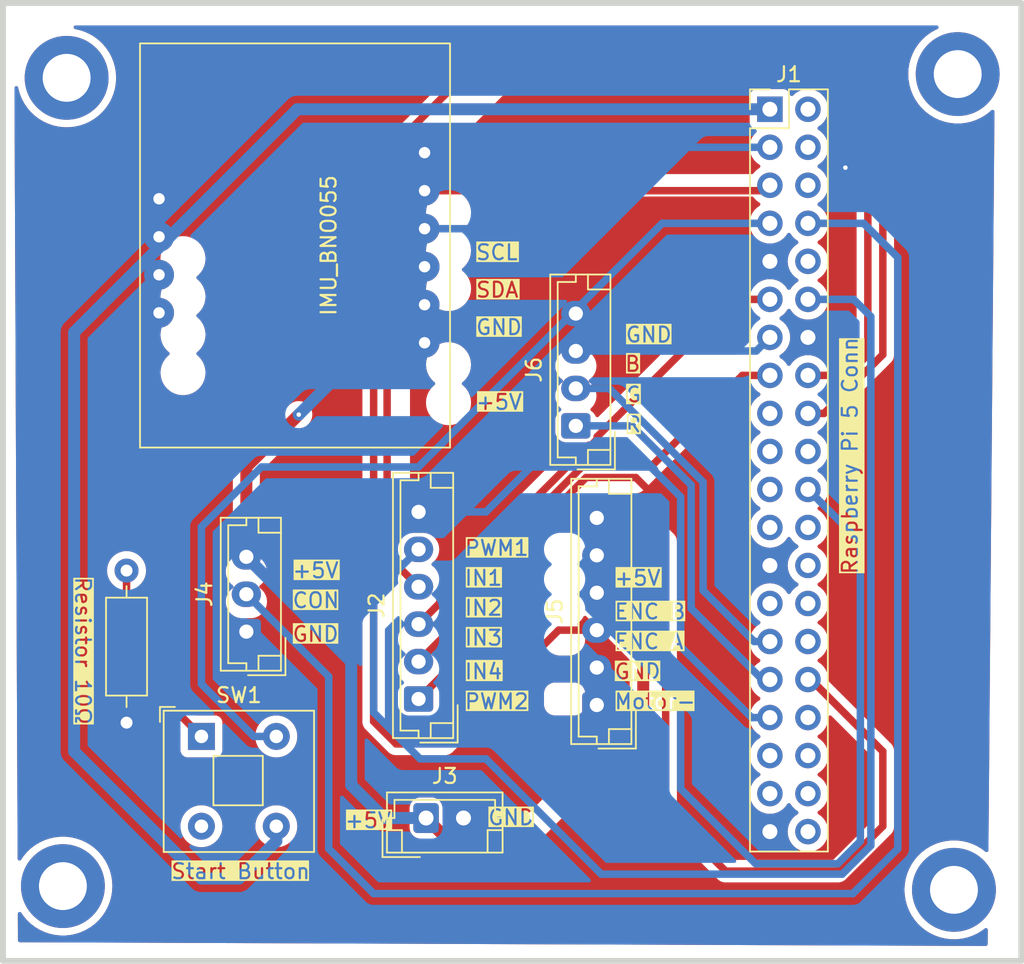
<source format=kicad_pcb>
(kicad_pcb (version 20240108) (generator "pcbnew") (generator_version "8.0")
  (layers (0 "F.Cu" signal) (31 "B.Cu" signal) (34 "B.Paste" user) (35 "F.Paste" user) (36 "B.SilkS" user "B.Silkscreen") (37 "F.SilkS" user "F.Silkscreen") (38 "B.Mask" user) (39 "F.Mask" user) (44 "Edge.Cuts" user))
  (net 0 "")
  (net 4 "/G")
  (net 5 "/CON")
  (net 6 "/IN1")
  (net 7 "/IN3")
  (net 8 "GND")
  (net 12 "/IN4")
  (net 17 "/PWM1")
  (net 21 "/B")
  (net 24 "/ENC A")
  (net 26 "/ENC B")
  (net 28 "/R")
  (net 29 "/Button")
  (net 32 "/SDA")
  (net 33 "+3.3V")
  (net 34 "/IN2")
  (net 35 "/SCL")
  (net 37 "+5V")
  (net 38 "Net-(R10-Pad2)")
  (net 46 "/PWM2")
  (footprint "MountingHole:MountingHole_3.2mm_M3_DIN965_Pad" (layer "F.Cu") (at 121.25 100.5)
    (property "Reference" "REF**" (hide yes))
    (property "Value" "MountingHole_3.2mm_M3_DIN965_Pad" (hide yes))
    (pad "1" thru_hole circle (at 0 0) (size 5.6 5.6) (drill 3.2) (layers "*.Cu" "*.Mask"))
  )
  (footprint "Connector_PinHeader_2.54mm:PinHeader_2x20_P2.54mm_Vertical" (layer "F.Cu") (at 168.46 48.6)
    (property "Reference" "J1" (at 1.27 -2.33 0) (layer "F.SilkS"))
    (property "Value" "Raspberry PI 5 Conn" (hide yes))
    (fp_line (start -1.33 -1.33) (end 0 -1.33) (stroke (width 0.12)) (layer "F.SilkS"))
    (fp_line (start -1.33 0) (end -1.33 -1.33) (stroke (width 0.12)) (layer "F.SilkS"))
    (fp_line (start -1.33 1.27) (end -1.33 49.59) (stroke (width 0.12)) (layer "F.SilkS"))
    (fp_line (start -1.33 1.27) (end 1.27 1.27) (stroke (width 0.12)) (layer "F.SilkS"))
    (fp_line (start -1.33 49.59) (end 3.87 49.59) (stroke (width 0.12)) (layer "F.SilkS"))
    (fp_line (start 1.27 -1.33) (end 3.87 -1.33) (stroke (width 0.12)) (layer "F.SilkS"))
    (fp_line (start 1.27 1.27) (end 1.27 -1.33) (stroke (width 0.12)) (layer "F.SilkS"))
    (fp_line (start 3.87 -1.33) (end 3.87 49.59) (stroke (width 0.12)) (layer "F.SilkS"))
    (pad "1" thru_hole rect (at 0 0) (size 1.7 1.7) (drill 1) (layers "*.Cu" "*.Mask") (net 33 "+3.3V"))
    (pad "2" thru_hole oval (at 2.54 0) (size 1.7 1.7) (drill 1) (layers "*.Cu" "*.Mask"))
    (pad "3" thru_hole oval (at 0 2.54) (size 1.7 1.7) (drill 1) (layers "*.Cu" "*.Mask") (net 32 "/SDA"))
    (pad "4" thru_hole oval (at 2.54 2.54) (size 1.7 1.7) (drill 1) (layers "*.Cu" "*.Mask"))
    (pad "5" thru_hole oval (at 0 5.08) (size 1.7 1.7) (drill 1) (layers "*.Cu" "*.Mask") (net 35 "/SCL"))
    (pad "6" thru_hole oval (at 2.54 5.08) (size 1.7 1.7) (drill 1) (layers "*.Cu" "*.Mask"))
    (pad "7" thru_hole oval (at 0 7.62) (size 1.7 1.7) (drill 1) (layers "*.Cu" "*.Mask") (net 29 "/Button"))
    (pad "8" thru_hole oval (at 2.54 7.62) (size 1.7 1.7) (drill 1) (layers "*.Cu" "*.Mask") (net 5 "/CON"))
    (pad "9" thru_hole oval (at 0 10.16) (size 1.7 1.7) (drill 1) (layers "*.Cu" "*.Mask") (net 8 "GND"))
    (pad "10" thru_hole oval (at 2.54 10.16) (size 1.7 1.7) (drill 1) (layers "*.Cu" "*.Mask"))
    (pad "11" thru_hole oval (at 0 12.7) (size 1.7 1.7) (drill 1) (layers "*.Cu" "*.Mask") (net 34 "/IN2"))
    (pad "12" thru_hole oval (at 2.54 12.7) (size 1.7 1.7) (drill 1) (layers "*.Cu" "*.Mask") (net 12 "/IN4"))
    (pad "13" thru_hole oval (at 0 15.24) (size 1.7 1.7) (drill 1) (layers "*.Cu" "*.Mask") (net 21 "/B"))
    (pad "14" thru_hole oval (at 2.54 15.24) (size 1.7 1.7) (drill 1) (layers "*.Cu" "*.Mask") (net 8 "GND"))
    (pad "15" thru_hole oval (at 0 17.78) (size 1.7 1.7) (drill 1) (layers "*.Cu" "*.Mask") (net 6 "/IN1"))
    (pad "16" thru_hole oval (at 2.54 17.78) (size 1.7 1.7) (drill 1) (layers "*.Cu" "*.Mask") (net 7 "/IN3"))
    (pad "17" thru_hole oval (at 0 20.32) (size 1.7 1.7) (drill 1) (layers "*.Cu" "*.Mask"))
    (pad "18" thru_hole oval (at 2.54 20.32) (size 1.7 1.7) (drill 1) (layers "*.Cu" "*.Mask") (net 24 "/ENC A"))
    (pad "19" thru_hole oval (at 0 22.86) (size 1.7 1.7) (drill 1) (layers "*.Cu" "*.Mask"))
    (pad "20" thru_hole oval (at 2.54 22.86) (size 1.7 1.7) (drill 1) (layers "*.Cu" "*.Mask"))
    (pad "21" thru_hole oval (at 0 25.4) (size 1.7 1.7) (drill 1) (layers "*.Cu" "*.Mask"))
    (pad "22" thru_hole oval (at 2.54 25.4) (size 1.7 1.7) (drill 1) (layers "*.Cu" "*.Mask") (net 26 "/ENC B"))
    (pad "23" thru_hole oval (at 0 27.94) (size 1.7 1.7) (drill 1) (layers "*.Cu" "*.Mask"))
    (pad "24" thru_hole oval (at 2.54 27.94) (size 1.7 1.7) (drill 1) (layers "*.Cu" "*.Mask"))
    (pad "25" thru_hole oval (at 0 30.48) (size 1.7 1.7) (drill 1) (layers "*.Cu" "*.Mask") (net 8 "GND"))
    (pad "26" thru_hole oval (at 2.54 30.48) (size 1.7 1.7) (drill 1) (layers "*.Cu" "*.Mask"))
    (pad "27" thru_hole oval (at 0 33.02) (size 1.7 1.7) (drill 1) (layers "*.Cu" "*.Mask"))
    (pad "28" thru_hole oval (at 2.54 33.02) (size 1.7 1.7) (drill 1) (layers "*.Cu" "*.Mask"))
    (pad "29" thru_hole oval (at 0 35.56) (size 1.7 1.7) (drill 1) (layers "*.Cu" "*.Mask") (net 4 "/G"))
    (pad "30" thru_hole oval (at 2.54 35.56) (size 1.7 1.7) (drill 1) (layers "*.Cu" "*.Mask"))
    (pad "31" thru_hole oval (at 0 38.1) (size 1.7 1.7) (drill 1) (layers "*.Cu" "*.Mask") (net 28 "/R"))
    (pad "32" thru_hole oval (at 2.54 38.1) (size 1.7 1.7) (drill 1) (layers "*.Cu" "*.Mask") (net 17 "/PWM1"))
    (pad "33" thru_hole oval (at 0 40.64) (size 1.7 1.7) (drill 1) (layers "*.Cu" "*.Mask") (net 46 "/PWM2"))
    (pad "34" thru_hole oval (at 2.54 40.64) (size 1.7 1.7) (drill 1) (layers "*.Cu" "*.Mask"))
    (pad "35" thru_hole oval (at 0 43.18) (size 1.7 1.7) (drill 1) (layers "*.Cu" "*.Mask"))
    (pad "36" thru_hole oval (at 2.54 43.18) (size 1.7 1.7) (drill 1) (layers "*.Cu" "*.Mask"))
    (pad "37" thru_hole oval (at 0 45.72) (size 1.7 1.7) (drill 1) (layers "*.Cu" "*.Mask"))
    (pad "38" thru_hole oval (at 2.54 45.72) (size 1.7 1.7) (drill 1) (layers "*.Cu" "*.Mask"))
    (pad "39" thru_hole oval (at 0 48.26) (size 1.7 1.7) (drill 1) (layers "*.Cu" "*.Mask") (net 8 "GND"))
    (pad "40" thru_hole oval (at 2.54 48.26) (size 1.7 1.7) (drill 1) (layers "*.Cu" "*.Mask"))
  )
  (footprint "Button_Switch_THT:SW_Push_2P1T_Toggle_CK_PVA1xxH3xxxxxxV2" (layer "F.Cu") (at 130.5 90.5)
    (property "Reference" "SW1" (at 2.5 -2.75 0) (layer "F.SilkS"))
    (property "Value" "SW_Push_Dual")
    (fp_line (start -2.77 -0.97) (end -2.77 -1.97) (stroke (width 0.12)) (layer "F.SilkS"))
    (fp_line (start -2.52 7.72) (end -2.52 -1.72) (stroke (width 0.12)) (layer "F.SilkS"))
    (fp_line (start -1.77 -1.97) (end -2.77 -1.97) (stroke (width 0.12)) (layer "F.SilkS"))
    (fp_line (start 0.8 1.3) (end 0.8 4.6) (stroke (width 0.12)) (layer "F.SilkS"))
    (fp_line (start 4.1 1.3) (end 0.8 1.3) (stroke (width 0.12)) (layer "F.SilkS"))
    (fp_line (start 4.1 1.3) (end 4.1 4.6) (stroke (width 0.12)) (layer "F.SilkS"))
    (fp_line (start 4.1 4.6) (end 0.8 4.6) (stroke (width 0.12)) (layer "F.SilkS"))
    (fp_line (start 7.52 -1.72) (end -2.52 -1.72) (stroke (width 0.12)) (layer "F.SilkS"))
    (fp_line (start 7.52 7.72) (end -2.52 7.72) (stroke (width 0.12)) (layer "F.SilkS"))
    (fp_line (start 7.52 7.72) (end 7.52 -1.72) (stroke (width 0.12)) (layer "F.SilkS"))
    (pad "1" thru_hole rect (at 0 0) (size 1.8 1.8) (drill 0.9) (layers "*.Cu" "*.Mask") (net 38 "Net-(R10-Pad2)"))
    (pad "2" thru_hole circle (at 5 0) (size 1.8 1.8) (drill 0.9) (layers "*.Cu" "*.Mask") (net 29 "/Button"))
    (pad "3" thru_hole circle (at 0 6) (size 1.8 1.8) (drill 0.9) (layers "*.Cu" "*.Mask"))
    (pad "4" thru_hole circle (at 5 6) (size 1.8 1.8) (drill 0.9) (layers "*.Cu" "*.Mask") (net 33 "+3.3V"))
  )
  (footprint "MountingHole:MountingHole_3.2mm_M3_DIN965_Pad" (layer "F.Cu") (at 180.75 100.75)
    (property "Reference" "REF**" (hide yes))
    (property "Value" "MountingHole_3.2mm_M3_DIN965_Pad" (hide yes))
    (pad "1" thru_hole circle (at 0 0) (size 5.6 5.6) (drill 3.2) (layers "*.Cu" "*.Mask"))
  )
  (footprint "IMU_nbo055:IMU_NBO055" (layer "F.Cu") (at 126.4 71.2 90)
    (property "Reference" "U1")
    (property "Value" "IMU_BNO055" (at 13.5 12.6 90) (layer "F.SilkS"))
    (fp_rect (start 0 0) (end 27 20.7) (stroke (width 0.12)) (fill none) (layer "F.SilkS"))
    (pad "1" thru_hole circle (at 7 19 90) (size 2 2) (drill 0.762) (layers "*.Cu" "*.Mask") (net 37 "+5V"))
    (pad "2" thru_hole circle (at 9.54 19 90) (size 2 2) (drill 0.762) (layers "*.Cu" "*.Mask"))
    (pad "3" thru_hole circle (at 12.08 19 90) (size 2 2) (drill 0.762) (layers "*.Cu" "*.Mask") (net 8 "GND"))
    (pad "4" thru_hole circle (at 14.62 19 90) (size 2 2) (drill 0.762) (layers "*.Cu" "*.Mask") (net 32 "/SDA"))
    (pad "5" thru_hole circle (at 17.16 19 90) (size 2 2) (drill 0.762) (layers "*.Cu" "*.Mask") (net 35 "/SCL"))
    (pad "6" thru_hole circle (at 19.7 19 90) (size 2 2) (drill 0.762) (layers "*.Cu" "*.Mask"))
    (pad "7" thru_hole circle (at 16.62 1.27 90) (size 2 2) (drill 0.762) (layers "*.Cu" "*.Mask"))
    (pad "8" thru_hole circle (at 14.08 1.27 90) (size 2 2) (drill 0.762) (layers "*.Cu" "*.Mask"))
    (pad "9" thru_hole circle (at 11.54 1.27 90) (size 2 2) (drill 0.762) (layers "*.Cu" "*.Mask"))
    (pad "10" thru_hole circle (at 9 1.27 90) (size 2 2) (drill 0.762) (layers "*.Cu" "*.Mask"))
  )
  (footprint "MountingHole:MountingHole_3.2mm_M3_DIN965_Pad" (layer "F.Cu") (at 121.5 46.5)
    (property "Reference" "REF**" (hide yes))
    (property "Value" "MountingHole_3.2mm_M3_DIN965_Pad" (hide yes))
    (pad "1" thru_hole circle (at 0 0) (size 5.6 5.6) (drill 3.2) (layers "*.Cu" "*.Mask"))
  )
  (footprint "Connector_JST:JST_EH_B6B-EH-A_1x06_P2.50mm_Vertical" (layer "F.Cu") (at 145 88 90)
    (property "Reference" "J2" (at 6.25 -2.8 90) (layer "F.SilkS"))
    (property "Value" "DC Motor")
    (fp_line (start 15.11 -1.71) (end -2.61 -1.71) (stroke (width 0.12)) (layer "F.SilkS"))
    (fp_line (start -2.61 -1.71) (end -2.61 2.31) (stroke (width 0.12)) (layer "F.SilkS"))
    (fp_line (start 14.61 -1.21) (end 14.61 0) (stroke (width 0.12)) (layer "F.SilkS"))
    (fp_line (start -2.11 -1.21) (end 14.61 -1.21) (stroke (width 0.12)) (layer "F.SilkS"))
    (fp_line (start 14.61 0) (end 15.11 0) (stroke (width 0.12)) (layer "F.SilkS"))
    (fp_line (start -2.11 0) (end -2.11 -1.21) (stroke (width 0.12)) (layer "F.SilkS"))
    (fp_line (start -2.61 0) (end -2.11 0) (stroke (width 0.12)) (layer "F.SilkS"))
    (fp_line (start -2.91 0.11) (end -2.91 2.61) (stroke (width 0.12)) (layer "F.SilkS"))
    (fp_line (start 15.11 0.81) (end 14.11 0.81) (stroke (width 0.12)) (layer "F.SilkS"))
    (fp_line (start 14.11 0.81) (end 14.11 2.31) (stroke (width 0.12)) (layer "F.SilkS"))
    (fp_line (start -1.61 0.81) (end -1.61 2.31) (stroke (width 0.12)) (layer "F.SilkS"))
    (fp_line (start -2.61 0.81) (end -1.61 0.81) (stroke (width 0.12)) (layer "F.SilkS"))
    (fp_line (start 15.11 2.31) (end 15.11 -1.71) (stroke (width 0.12)) (layer "F.SilkS"))
    (fp_line (start -2.61 2.31) (end 15.11 2.31) (stroke (width 0.12)) (layer "F.SilkS"))
    (fp_line (start -2.91 2.61) (end -0.41 2.61) (stroke (width 0.12)) (layer "F.SilkS"))
    (pad "1" thru_hole roundrect (at 0 0 90) (size 1.7 1.95) (drill 0.95) (layers "*.Cu" "*.Mask") (roundrect_rratio 0.147059) (net 17 "/PWM1"))
    (pad "2" thru_hole oval (at 2.5 0 90) (size 1.7 1.95) (drill 0.95) (layers "*.Cu" "*.Mask") (net 6 "/IN1"))
    (pad "3" thru_hole oval (at 5 0 90) (size 1.7 1.95) (drill 0.95) (layers "*.Cu" "*.Mask") (net 34 "/IN2"))
    (pad "4" thru_hole oval (at 7.5 0 90) (size 1.7 1.95) (drill 0.95) (layers "*.Cu" "*.Mask") (net 7 "/IN3"))
    (pad "5" thru_hole oval (at 10 0 90) (size 1.7 1.95) (drill 0.95) (layers "*.Cu" "*.Mask") (net 12 "/IN4"))
    (pad "6" thru_hole oval (at 12.5 0 90) (size 1.7 1.95) (drill 0.95) (layers "*.Cu" "*.Mask") (net 46 "/PWM2"))
  )
  (footprint "Connector_JST:JST_EH_B3B-EH-A_1x03_P2.50mm_Vertical" (layer "F.Cu") (at 133.5 83.5 90)
    (property "Reference" "J4" (at 2.5 -2.8 90) (layer "F.SilkS"))
    (property "Value" "Servo")
    (fp_line (start 7.61 -1.71) (end -2.61 -1.71) (stroke (width 0.12)) (layer "F.SilkS"))
    (fp_line (start -2.61 -1.71) (end -2.61 2.31) (stroke (width 0.12)) (layer "F.SilkS"))
    (fp_line (start 7.11 -1.21) (end 7.11 0) (stroke (width 0.12)) (layer "F.SilkS"))
    (fp_line (start -2.11 -1.21) (end 7.11 -1.21) (stroke (width 0.12)) (layer "F.SilkS"))
    (fp_line (start 7.11 0) (end 7.61 0) (stroke (width 0.12)) (layer "F.SilkS"))
    (fp_line (start -2.11 0) (end -2.11 -1.21) (stroke (width 0.12)) (layer "F.SilkS"))
    (fp_line (start -2.61 0) (end -2.11 0) (stroke (width 0.12)) (layer "F.SilkS"))
    (fp_line (start -2.91 0.11) (end -2.91 2.61) (stroke (width 0.12)) (layer "F.SilkS"))
    (fp_line (start 7.61 0.81) (end 6.61 0.81) (stroke (width 0.12)) (layer "F.SilkS"))
    (fp_line (start 6.61 0.81) (end 6.61 2.31) (stroke (width 0.12)) (layer "F.SilkS"))
    (fp_line (start -1.61 0.81) (end -1.61 2.31) (stroke (width 0.12)) (layer "F.SilkS"))
    (fp_line (start -2.61 0.81) (end -1.61 0.81) (stroke (width 0.12)) (layer "F.SilkS"))
    (fp_line (start 7.61 2.31) (end 7.61 -1.71) (stroke (width 0.12)) (layer "F.SilkS"))
    (fp_line (start -2.61 2.31) (end 7.61 2.31) (stroke (width 0.12)) (layer "F.SilkS"))
    (fp_line (start -2.91 2.61) (end -0.41 2.61) (stroke (width 0.12)) (layer "F.SilkS"))
    (pad "1" thru_hole roundrect (at 0 0 90) (size 1.7 1.95) (drill 0.95) (layers "*.Cu" "*.Mask") (roundrect_rratio 0.147059) (net 8 "GND"))
    (pad "2" thru_hole oval (at 2.5 0 90) (size 1.7 1.95) (drill 0.95) (layers "*.Cu" "*.Mask") (net 5 "/CON"))
    (pad "3" thru_hole oval (at 5 0 90) (size 1.7 1.95) (drill 0.95) (layers "*.Cu" "*.Mask") (net 37 "+5V"))
  )
  (footprint "Connector_JST:JST_EH_B2B-EH-A_1x02_P2.50mm_Vertical" (layer "F.Cu") (at 145.5 95.95)
    (property "Reference" "J3" (at 1.25 -2.8 0) (layer "F.SilkS"))
    (property "Value" "Battery")
    (fp_line (start -2.91 0.11) (end -2.91 2.61) (stroke (width 0.12)) (layer "F.SilkS"))
    (fp_line (start -2.91 2.61) (end -0.41 2.61) (stroke (width 0.12)) (layer "F.SilkS"))
    (fp_line (start -2.61 -1.71) (end -2.61 2.31) (stroke (width 0.12)) (layer "F.SilkS"))
    (fp_line (start -2.61 0) (end -2.11 0) (stroke (width 0.12)) (layer "F.SilkS"))
    (fp_line (start -2.61 0.81) (end -1.61 0.81) (stroke (width 0.12)) (layer "F.SilkS"))
    (fp_line (start -2.61 2.31) (end 5.11 2.31) (stroke (width 0.12)) (layer "F.SilkS"))
    (fp_line (start -2.11 -1.21) (end 4.61 -1.21) (stroke (width 0.12)) (layer "F.SilkS"))
    (fp_line (start -2.11 0) (end -2.11 -1.21) (stroke (width 0.12)) (layer "F.SilkS"))
    (fp_line (start -1.61 0.81) (end -1.61 2.31) (stroke (width 0.12)) (layer "F.SilkS"))
    (fp_line (start 4.11 0.81) (end 4.11 2.31) (stroke (width 0.12)) (layer "F.SilkS"))
    (fp_line (start 4.61 -1.21) (end 4.61 0) (stroke (width 0.12)) (layer "F.SilkS"))
    (fp_line (start 4.61 0) (end 5.11 0) (stroke (width 0.12)) (layer "F.SilkS"))
    (fp_line (start 5.11 -1.71) (end -2.61 -1.71) (stroke (width 0.12)) (layer "F.SilkS"))
    (fp_line (start 5.11 0.81) (end 4.11 0.81) (stroke (width 0.12)) (layer "F.SilkS"))
    (fp_line (start 5.11 2.31) (end 5.11 -1.71) (stroke (width 0.12)) (layer "F.SilkS"))
    (pad "1" thru_hole roundrect (at 0 0) (size 1.7 2) (drill 1) (layers "*.Cu" "*.Mask") (roundrect_rratio 0.147059) (net 37 "+5V"))
    (pad "2" thru_hole oval (at 2.5 0) (size 1.7 2) (drill 1) (layers "*.Cu" "*.Mask") (net 8 "GND"))
  )
  (footprint "Connector_JST:JST_EH_B4B-EH-A_1x04_P2.50mm_Vertical" (layer "F.Cu") (at 155.5 69.75 90)
    (property "Reference" "J6" (at 3.75 -2.8 90) (layer "F.SilkS"))
    (property "Value" "LED")
    (fp_line (start 10.11 -1.71) (end -2.61 -1.71) (stroke (width 0.12)) (layer "F.SilkS"))
    (fp_line (start -2.61 -1.71) (end -2.61 2.31) (stroke (width 0.12)) (layer "F.SilkS"))
    (fp_line (start 9.61 -1.21) (end 9.61 0) (stroke (width 0.12)) (layer "F.SilkS"))
    (fp_line (start -2.11 -1.21) (end 9.61 -1.21) (stroke (width 0.12)) (layer "F.SilkS"))
    (fp_line (start 9.61 0) (end 10.11 0) (stroke (width 0.12)) (layer "F.SilkS"))
    (fp_line (start -2.11 0) (end -2.11 -1.21) (stroke (width 0.12)) (layer "F.SilkS"))
    (fp_line (start -2.61 0) (end -2.11 0) (stroke (width 0.12)) (layer "F.SilkS"))
    (fp_line (start -2.91 0.11) (end -2.91 2.61) (stroke (width 0.12)) (layer "F.SilkS"))
    (fp_line (start 10.11 0.81) (end 9.11 0.81) (stroke (width 0.12)) (layer "F.SilkS"))
    (fp_line (start 9.11 0.81) (end 9.11 2.31) (stroke (width 0.12)) (layer "F.SilkS"))
    (fp_line (start -1.61 0.81) (end -1.61 2.31) (stroke (width 0.12)) (layer "F.SilkS"))
    (fp_line (start -2.61 0.81) (end -1.61 0.81) (stroke (width 0.12)) (layer "F.SilkS"))
    (fp_line (start 10.11 2.31) (end 10.11 -1.71) (stroke (width 0.12)) (layer "F.SilkS"))
    (fp_line (start -2.61 2.31) (end 10.11 2.31) (stroke (width 0.12)) (layer "F.SilkS"))
    (fp_line (start -2.91 2.61) (end -0.41 2.61) (stroke (width 0.12)) (layer "F.SilkS"))
    (pad "1" thru_hole roundrect (at 0 0 90) (size 1.7 1.95) (drill 0.95) (layers "*.Cu" "*.Mask") (roundrect_rratio 0.147059) (net 28 "/R"))
    (pad "2" thru_hole oval (at 2.5 0 90) (size 1.7 1.95) (drill 0.95) (layers "*.Cu" "*.Mask") (net 4 "/G"))
    (pad "3" thru_hole oval (at 5 0 90) (size 1.7 1.95) (drill 0.95) (layers "*.Cu" "*.Mask") (net 21 "/B"))
    (pad "4" thru_hole oval (at 7.5 0 90) (size 1.7 1.95) (drill 0.95) (layers "*.Cu" "*.Mask") (net 8 "GND"))
  )
  (footprint "Connector_JST:JST_EH_B6B-EH-A_1x06_P2.50mm_Vertical" (layer "F.Cu") (at 156.9 88.4 90)
    (property "Reference" "J5" (at 6.25 -2.8 90) (layer "F.SilkS"))
    (property "Value" "Encoder")
    (fp_line (start 15.11 -1.71) (end -2.61 -1.71) (stroke (width 0.12)) (layer "F.SilkS"))
    (fp_line (start -2.61 -1.71) (end -2.61 2.31) (stroke (width 0.12)) (layer "F.SilkS"))
    (fp_line (start 14.61 -1.21) (end 14.61 0) (stroke (width 0.12)) (layer "F.SilkS"))
    (fp_line (start -2.11 -1.21) (end 14.61 -1.21) (stroke (width 0.12)) (layer "F.SilkS"))
    (fp_line (start 14.61 0) (end 15.11 0) (stroke (width 0.12)) (layer "F.SilkS"))
    (fp_line (start -2.11 0) (end -2.11 -1.21) (stroke (width 0.12)) (layer "F.SilkS"))
    (fp_line (start -2.61 0) (end -2.11 0) (stroke (width 0.12)) (layer "F.SilkS"))
    (fp_line (start -2.91 0.11) (end -2.91 2.61) (stroke (width 0.12)) (layer "F.SilkS"))
    (fp_line (start 15.11 0.81) (end 14.11 0.81) (stroke (width 0.12)) (layer "F.SilkS"))
    (fp_line (start 14.11 0.81) (end 14.11 2.31) (stroke (width 0.12)) (layer "F.SilkS"))
    (fp_line (start -1.61 0.81) (end -1.61 2.31) (stroke (width 0.12)) (layer "F.SilkS"))
    (fp_line (start -2.61 0.81) (end -1.61 0.81) (stroke (width 0.12)) (layer "F.SilkS"))
    (fp_line (start 15.11 2.31) (end 15.11 -1.71) (stroke (width 0.12)) (layer "F.SilkS"))
    (fp_line (start -2.61 2.31) (end 15.11 2.31) (stroke (width 0.12)) (layer "F.SilkS"))
    (fp_line (start -2.91 2.61) (end -0.41 2.61) (stroke (width 0.12)) (layer "F.SilkS"))
    (pad "1" thru_hole roundrect (at 0 0 90) (size 1.7 1.95) (drill 0.95) (layers "*.Cu" "*.Mask") (roundrect_rratio 0.147059))
    (pad "2" thru_hole oval (at 2.5 0 90) (size 1.7 1.95) (drill 0.95) (layers "*.Cu" "*.Mask") (net 8 "GND"))
    (pad "3" thru_hole oval (at 5 0 90) (size 1.7 1.95) (drill 0.95) (layers "*.Cu" "*.Mask") (net 24 "/ENC A"))
    (pad "4" thru_hole oval (at 7.5 0 90) (size 1.7 1.95) (drill 0.95) (layers "*.Cu" "*.Mask") (net 26 "/ENC B"))
    (pad "5" thru_hole oval (at 10 0 90) (size 1.7 1.95) (drill 0.95) (layers "*.Cu" "*.Mask") (net 37 "+5V"))
    (pad "6" thru_hole oval (at 12.5 0 90) (size 1.7 1.95) (drill 0.95) (layers "*.Cu" "*.Mask"))
  )
  (footprint "MountingHole:MountingHole_3.2mm_M3_DIN965_Pad" (layer "F.Cu") (at 181 46.25)
    (property "Reference" "REF**" (hide yes))
    (property "Value" "MountingHole_3.2mm_M3_DIN965_Pad" (hide yes))
    (pad "1" thru_hole circle (at 0 0) (size 5.6 5.6) (drill 3.2) (layers "*.Cu" "*.Mask"))
  )
  (footprint "Resistor_THT:R_Axial_DIN0207_L6.3mm_D2.5mm_P10.16mm_Horizontal" (layer "F.Cu") (at 125.5 89.58 90)
    (property "Reference" "R10" (hide yes))
    (property "Value" "R_Small" (hide yes))
    (fp_line (start 8.35 -1.37) (end 1.81 -1.37) (stroke (width 0.12)) (layer "F.SilkS"))
    (fp_line (start 1.81 -1.37) (end 1.81 1.37) (stroke (width 0.12)) (layer "F.SilkS"))
    (fp_line (start 9.12 0) (end 8.35 0) (stroke (width 0.12)) (layer "F.SilkS"))
    (fp_line (start 1.04 0) (end 1.81 0) (stroke (width 0.12)) (layer "F.SilkS"))
    (fp_line (start 8.35 1.37) (end 8.35 -1.37) (stroke (width 0.12)) (layer "F.SilkS"))
    (fp_line (start 1.81 1.37) (end 8.35 1.37) (stroke (width 0.12)) (layer "F.SilkS"))
    (pad "1" thru_hole circle (at 0 0 90) (size 1.6 1.6) (drill 0.8) (layers "*.Cu" "*.Mask") (net 8 "GND"))
    (pad "2" thru_hole oval (at 10.16 0 90) (size 1.6 1.6) (drill 0.8) (layers "*.Cu" "*.Mask") (net 38 "Net-(R10-Pad2)"))
  )
  (gr_rect (start 117.25 41.5) (end 185.25 105.5) (stroke (width 0.4)) (fill none) (layer "Edge.Cuts"))
  (gr_text "GND" (at 158.75 64.25 0) (layer "F.SilkS" knockout) (effects (font (size 1 1)) (justify left bottom)))
  (gr_text "PWM1" (at 148 78.5 0) (layer "F.SilkS" knockout) (effects (font (size 1 1)) (justify left bottom)))
  (gr_text "GND" (at 158 86.75 0) (layer "F.SilkS" knockout) (effects (font (size 1 1)) (justify left bottom)))
  (gr_text "ENC B" (at 158 82.75 0) (layer "F.SilkS" knockout) (effects (font (size 1 1)) (justify left bottom)))
  (gr_text "PWM2\n" (at 148 88.75 0) (layer "F.SilkS" knockout) (effects (font (size 1 1)) (justify left bottom)))
  (gr_text "SCL\n" (at 148.75 58.75 0) (layer "F.SilkS" knockout) (effects (font (size 1 1)) (justify left bottom)))
  (gr_text "ENC A\n" (at 158 84.75 0) (layer "F.SilkS" knockout) (effects (font (size 1 1)) (justify left bottom)))
  (gr_text "Start Button" (at 128.4 100.1 0) (layer "F.SilkS" knockout) (effects (font (size 1 1)) (justify left bottom)))
  (gr_text "IN4\n" (at 148 86.75 0) (layer "F.SilkS" knockout) (effects (font (size 1 1)) (justify left bottom)))
  (gr_text "+5V\n" (at 158 80.5 0) (layer "F.SilkS" knockout) (effects (font (size 1 1)) (justify left bottom)))
  (gr_text "B" (at 158.7 66.2 0) (layer "F.SilkS" knockout) (effects (font (size 1 1)) (justify left bottom)))
  (gr_text "IN1\n" (at 148 80.5 0) (layer "F.SilkS" knockout) (effects (font (size 1 1)) (justify left bottom)))
  (gr_text "+5V\n" (at 140 96.7 0) (layer "F.SilkS" knockout) (effects (font (size 1 1)) (justify left bottom)))
  (gr_text "IN2\n" (at 148 82.5 0) (layer "F.SilkS" knockout) (effects (font (size 1 1)) (justify left bottom)))
  (gr_text "+5V\n" (at 136.5 80 0) (layer "F.SilkS" knockout) (effects (font (size 1 1)) (justify left bottom)))
  (gr_text "CON\n" (at 136.5 82 0) (layer "F.SilkS" knockout) (effects (font (size 1 1)) (justify left bottom)))
  (gr_text "GND" (at 148.75 63.75 0) (layer "F.SilkS" knockout) (effects (font (size 1 1)) (justify left bottom)))
  (gr_text "+5V\n" (at 148.75 68.75 0) (layer "F.SilkS" knockout) (effects (font (size 1 1)) (justify left bottom)))
  (gr_text "Resistor 10Ω" (at 122 79.75 270) (layer "F.SilkS" knockout) (effects (font (size 1 1)) (justify left bottom)))
  (gr_text "G" (at 158.75 68.25 0) (layer "F.SilkS" knockout) (effects (font (size 1 1)) (justify left bottom)))
  (gr_text "SDA\n" (at 148.75 61.25 0) (layer "F.SilkS" knockout) (effects (font (size 1 1)) (justify left bottom)))
  (gr_text "Raspberry Pi 5 Conn\n\n" (at 176 79.75 90) (layer "F.SilkS" knockout) (effects (font (size 1 1)) (justify left bottom)))
  (gr_text "GND" (at 136.5 84.25 0) (layer "F.SilkS" knockout) (effects (font (size 1 1)) (justify left bottom)))
  (gr_text "IN3\n" (at 148 84.5 0) (layer "F.SilkS" knockout) (effects (font (size 1 1)) (justify left bottom)))
  (gr_text "GND" (at 149.56 96.5 0) (layer "F.SilkS" knockout) (effects (font (size 1 1)) (justify left bottom)))
  (gr_text "Motor-" (at 158 88.75 0) (layer "F.SilkS" knockout) (effects (font (size 1 1)) (justify left bottom)))
  (gr_text "R" (at 158.75 70.25 0) (layer "F.SilkS" knockout) (effects (font (size 1 1)) (justify left bottom)))
  (segment (start 164 80.75) (end 167.41 84.16) (width 0.5) (layer "B.Cu") (net 4))
  (segment (start 155.5 67.25) (end 157.73995 67.25) (width 0.5) (layer "B.Cu") (net 4))
  (segment (start 164 73.51005) (end 164 80.75) (width 0.5) (layer "B.Cu") (net 4))
  (segment (start 167.41 84.16) (end 168.46 84.16) (width 0.5) (layer "B.Cu") (net 4))
  (segment (start 157.73995 67.25) (end 164 73.51005) (width 0.5) (layer "B.Cu") (net 4))
  (segment (start 174.72 56.22) (end 171 56.22) (width 0.5) (layer "B.Cu") (net 5))
  (segment (start 174 101) (end 177 98) (width 0.5) (layer "B.Cu") (net 5))
  (segment (start 139 98) (end 142 101) (width 0.5) (layer "B.Cu") (net 5))
  (segment (start 133.5 81) (end 139 86.5) (width 0.5) (layer "B.Cu") (net 5))
  (segment (start 177 58.5) (end 174.72 56.22) (width 0.5) (layer "B.Cu") (net 5))
  (segment (start 177 98) (end 177 58.5) (width 0.5) (layer "B.Cu") (net 5))
  (segment (start 142 101) (end 174 101) (width 0.5) (layer "B.Cu") (net 5))
  (segment (start 139 86.5) (end 139 98) (width 0.5) (layer "B.Cu") (net 5))
  (segment (start 160.5 72.5) (end 155.9 72.5) (width 0.5) (layer "F.Cu") (net 6))
  (segment (start 147.025 83.475) (end 145 85.5) (width 0.5) (layer "F.Cu") (net 6))
  (segment (start 147.125 81.275) (end 147.125 81.864949) (width 0.5) (layer "F.Cu") (net 6))
  (segment (start 147.025 81.964949) (end 147.025 83.475) (width 0.5) (layer "F.Cu") (net 6))
  (segment (start 147.125 81.864949) (end 147.025 81.964949) (width 0.5) (layer "F.Cu") (net 6))
  (segment (start 168.46 66.38) (end 166.62 66.38) (width 0.5) (layer "F.Cu") (net 6))
  (segment (start 155.9 72.5) (end 147.125 81.275) (width 0.5) (layer "F.Cu") (net 6))
  (segment (start 166.62 66.38) (end 160.5 72.5) (width 0.5) (layer "F.Cu") (net 6))
  (segment (start 142.9 51.5) (end 148.15 46.25) (width 0.5) (layer "F.Cu") (net 7))
  (segment (start 145 80.5) (end 142.9 78.4) (width 0.5) (layer "F.Cu") (net 7))
  (segment (start 175 65) (end 173.62 66.38) (width 0.5) (layer "F.Cu") (net 7))
  (segment (start 148.15 46.25) (end 173.25 46.25) (width 0.5) (layer "F.Cu") (net 7))
  (segment (start 173.25 46.25) (end 175 48) (width 0.5) (layer "F.Cu") (net 7))
  (segment (start 173.62 66.38) (end 171 66.38) (width 0.5) (layer "F.Cu") (net 7))
  (segment (start 142.9 78.4) (end 142.9 51.5) (width 0.5) (layer "F.Cu") (net 7))
  (segment (start 175 48) (end 175 65) (width 0.5) (layer "F.Cu") (net 7))
  (via (at 173.5 52.5) (size 0.6) (drill 0.3) (layers "F.Cu" "B.Cu") (net 8))
  (segment (start 175.2 97.78995) (end 173.28995 99.7) (width 0.5) (layer "B.Cu") (net 12))
  (segment (start 145.1 92) (end 142 88.9) (width 0.5) (layer "B.Cu") (net 12))
  (segment (start 173.28995 99.7) (end 157.2 99.7) (width 0.5) (layer "B.Cu") (net 12))
  (segment (start 171 61.3) (end 174.05 61.3) (width 0.5) (layer "B.Cu") (net 12))
  (segment (start 142 88.9) (end 142 81) (width 0.5) (layer "B.Cu") (net 12))
  (segment (start 174.05 61.3) (end 175.2 62.45) (width 0.5) (layer "B.Cu") (net 12))
  (segment (start 157.2 99.7) (end 149.5 92) (width 0.5) (layer "B.Cu") (net 12))
  (segment (start 142 81) (end 145 78) (width 0.5) (layer "B.Cu") (net 12))
  (segment (start 149.5 92) (end 145.1 92) (width 0.5) (layer "B.Cu") (net 12))
  (segment (start 175.2 62.45) (end 175.2 97.78995) (width 0.5) (layer "B.Cu") (net 12))
  (segment (start 176 91.5) (end 171.2 86.7) (width 0.5) (layer "F.Cu") (net 17))
  (segment (start 148 85) (end 148 81.38995) (width 0.5) (layer "F.Cu") (net 17))
  (segment (start 159.5 73.2) (end 161.5 75.2) (width 0.5) (layer "F.Cu") (net 17))
  (segment (start 171.2 86.7) (end 171 86.7) (width 0.5) (layer "F.Cu") (net 17))
  (segment (start 156.18995 73.2) (end 159.5 73.2) (width 0.5) (layer "F.Cu") (net 17))
  (segment (start 145 88) (end 148 85) (width 0.5) (layer "F.Cu") (net 17))
  (segment (start 176 96.5) (end 176 91.5) (width 0.5) (layer "F.Cu") (net 17))
  (segment (start 161.5 95.5) (end 165.5 99.5) (width 0.5) (layer "F.Cu") (net 17))
  (segment (start 165.5 99.5) (end 173 99.5) (width 0.5) (layer "F.Cu") (net 17))
  (segment (start 161.5 75.2) (end 161.5 95.5) (width 0.5) (layer "F.Cu") (net 17))
  (segment (start 173 99.5) (end 176 96.5) (width 0.5) (layer "F.Cu") (net 17))
  (segment (start 148 81.38995) (end 156.18995 73.2) (width 0.5) (layer "F.Cu") (net 17))
  (segment (start 155.5 64.75) (end 167.55 64.75) (width 0.5) (layer "B.Cu") (net 21))
  (segment (start 167.55 64.75) (end 168.46 63.84) (width 0.5) (layer "B.Cu") (net 21))
  (segment (start 154.35 83.4) (end 146.75 91) (width 0.5) (layer "F.Cu") (net 24))
  (segment (start 176 47.25) (end 176 64.98995) (width 0.5) (layer "F.Cu") (net 24))
  (segment (start 146.25 45.25) (end 174 45.25) (width 0.5) (layer "F.Cu") (net 24))
  (segment (start 143.5 91) (end 142 89.5) (width 0.5) (layer "F.Cu") (net 24))
  (segment (start 156.9 83.4) (end 154.35 83.4) (width 0.5) (layer "F.Cu") (net 24))
  (segment (start 142 49.5) (end 146.25 45.25) (width 0.5) (layer "F.Cu") (net 24))
  (segment (start 176 64.98995) (end 172.06995 68.92) (width 0.5) (layer "F.Cu") (net 24))
  (segment (start 174 45.25) (end 176 47.25) (width 0.5) (layer "F.Cu") (net 24))
  (segment (start 172.06995 68.92) (end 171 68.92) (width 0.5) (layer "F.Cu") (net 24))
  (segment (start 146.75 91) (end 143.5 91) (width 0.5) (layer "F.Cu") (net 24))
  (segment (start 142 89.5) (end 142 49.5) (width 0.5) (layer "F.Cu") (net 24))
  (segment (start 167.5 99) (end 173 99) (width 0.5) (layer "B.Cu") (net 26))
  (segment (start 156.9 80.9) (end 162.5 86.5) (width 0.5) (layer "B.Cu") (net 26))
  (segment (start 162.5 94) (end 167.5 99) (width 0.5) (layer "B.Cu") (net 26))
  (segment (start 162.5 86.5) (end 162.5 94) (width 0.5) (layer "B.Cu") (net 26))
  (segment (start 174.5 77.5) (end 171 74) (width 0.5) (layer "B.Cu") (net 26))
  (segment (start 174.5 97.5) (end 174.5 77.5) (width 0.5) (layer "B.Cu") (net 26))
  (segment (start 173 99) (end 174.5 97.5) (width 0.5) (layer "B.Cu") (net 26))
  (segment (start 155.5 69.75) (end 159.25 69.75) (width 0.5) (layer "B.Cu") (net 28))
  (segment (start 163.2 73.7) (end 163.2 81.95) (width 0.5) (layer "B.Cu") (net 28))
  (segment (start 167.95 86.7) (end 168.46 86.7) (width 0.5) (layer "B.Cu") (net 28))
  (segment (start 163.2 81.95) (end 167.95 86.7) (width 0.5) (layer "B.Cu") (net 28))
  (segment (start 159.25 69.75) (end 163.2 73.7) (width 0.5) (layer "B.Cu") (net 28))
  (segment (start 130.5 76.5) (end 130.5 87) (width 0.5) (layer "B.Cu") (net 29))
  (segment (start 130.5 87) (end 134 90.5) (width 0.5) (layer "B.Cu") (net 29))
  (segment (start 168.46 56.22) (end 161.270076 56.22) (width 0.5) (layer "B.Cu") (net 29))
  (segment (start 161.270076 56.22) (end 144.990076 72.5) (width 0.5) (layer "B.Cu") (net 29))
  (segment (start 134 90.5) (end 135.5 90.5) (width 0.5) (layer "B.Cu") (net 29))
  (segment (start 134.5 72.5) (end 130.5 76.5) (width 0.5) (layer "B.Cu") (net 29))
  (segment (start 144.990076 72.5) (end 134.5 72.5) (width 0.5) (layer "B.Cu") (net 29))
  (segment (start 159.86 51.14) (end 154.42 56.58) (width 0.5) (layer "B.Cu") (net 32))
  (segment (start 154.42 56.58) (end 145.4 56.58) (width 0.5) (layer "B.Cu") (net 32))
  (segment (start 168.46 51.14) (end 159.86 51.14) (width 0.5) (layer "B.Cu") (net 32))
  (segment (start 122 63.5) (end 136.9 48.6) (width 0.8) (layer "B.Cu") (net 33))
  (segment (start 136.9 48.6) (end 168.46 48.6) (width 0.8) (layer "B.Cu") (net 33))
  (segment (start 135.5 97.5) (end 133 100) (width 0.8) (layer "B.Cu") (net 33))
  (segment (start 135.5 96.5) (end 135.5 97.5) (width 0.8) (layer "B.Cu") (net 33))
  (segment (start 130.5 100) (end 122 91.5) (width 0.8) (layer "B.Cu") (net 33))
  (segment (start 122 91.5) (end 122 63.5) (width 0.8) (layer "B.Cu") (net 33))
  (segment (start 133 100) (end 130.5 100) (width 0.8) (layer "B.Cu") (net 33))
  (segment (start 156.35 71.05) (end 146.425 80.975) (width 0.5) (layer "F.Cu") (net 34))
  (segment (start 156.925 70.646878) (end 156.521878 71.05) (width 0.5) (layer "F.Cu") (net 34))
  (segment (start 168.46 61.3) (end 166.1 61.3) (width 0.5) (layer "F.Cu") (net 34))
  (segment (start 146.425 80.975) (end 146.425 81.575) (width 0.5) (layer "F.Cu") (net 34))
  (segment (start 156.925 70.475) (end 156.925 70.646878) (width 0.5) (layer "F.Cu") (net 34))
  (segment (start 146.425 81.575) (end 145 83) (width 0.5) (layer "F.Cu") (net 34))
  (segment (start 156.521878 71.05) (end 156.35 71.05) (width 0.5) (layer "F.Cu") (net 34))
  (segment (start 166.1 61.3) (end 156.925 70.475) (width 0.5) (layer "F.Cu") (net 34))
  (segment (start 168.46 53.68) (end 168.1 54.04) (width 0.5) (layer "F.Cu") (net 35))
  (segment (start 168.1 54.04) (end 145.4 54.04) (width 0.5) (layer "F.Cu") (net 35))
  (segment (start 133.5 72.5) (end 133.5 78.5) (width 0.8) (layer "F.Cu") (net 37))
  (segment (start 137 69) (end 133.5 72.5) (width 0.8) (layer "F.Cu") (net 37))
  (segment (start 145.5 95.95) (end 148.25 98.7) (width 0.8) (layer "F.Cu") (net 37))
  (segment (start 160 92.1) (end 160 81.5) (width 0.8) (layer "F.Cu") (net 37))
  (segment (start 153.4 98.7) (end 160 92.1) (width 0.8) (layer "F.Cu") (net 37))
  (segment (start 148.25 98.7) (end 153.4 98.7) (width 0.8) (layer "F.Cu") (net 37))
  (segment (start 160 81.5) (end 156.9 78.4) (width 0.8) (layer "F.Cu") (net 37))
  (via (at 137 69) (size 0.8) (drill 0.3) (layers "F.Cu" "B.Cu") (net 37))
  (segment (start 140.5 85.5) (end 140.5 93.75) (width 0.8) (layer "B.Cu") (net 37))
  (segment (start 145.4 64.2) (end 141.8 64.2) (width 0.8) (layer "B.Cu") (net 37))
  (segment (start 142.7 95.95) (end 145.5 95.95) (width 0.8) (layer "B.Cu") (net 37))
  (segment (start 140.5 93.75) (end 142.7 95.95) (width 0.8) (layer "B.Cu") (net 37))
  (segment (start 133.5 78.5) (end 140.5 85.5) (width 0.8) (layer "B.Cu") (net 37))
  (segment (start 141.8 64.2) (end 137 69) (width 0.8) (layer "B.Cu") (net 37))
  (segment (start 125.5 85.5) (end 130.5 90.5) (width 0.5) (layer "F.Cu") (net 38))
  (segment (start 125.5 79.42) (end 125.5 85.5) (width 0.5) (layer "F.Cu") (net 38))
  (segment (start 162.5 84.5) (end 167.24 89.24) (width 0.5) (layer "B.Cu") (net 46))
  (segment (start 145 75.5) (end 149.5 75.5) (width 0.5) (layer "B.Cu") (net 46))
  (segment (start 153.1 71.9) (end 159.9 71.9) (width 0.5) (layer "B.Cu") (net 46))
  (segment (start 167.24 89.24) (end 168.46 89.24) (width 0.5) (layer "B.Cu") (net 46))
  (segment (start 159.9 71.9) (end 162.5 74.5) (width 0.5) (layer "B.Cu") (net 46))
  (segment (start 162.5 74.5) (end 162.5 84.5) (width 0.5) (layer "B.Cu") (net 46))
  (segment (start 149.5 75.5) (end 153.1 71.9) (width 0.5) (layer "B.Cu") (net 46))
  (zone (net 8) (net_name "GND") (layers "F&B.Cu") (connect_pads yes (clearance 0.5)) (min_thickness 0.25) (fill yes (thermal_gap 0.5) (thermal_bridge_width 0.5))
    (polygon (pts (xy 118 43) (xy 118.25 104.25) (xy 183 104.5) (xy 183.5 43)))
  )
)
</source>
